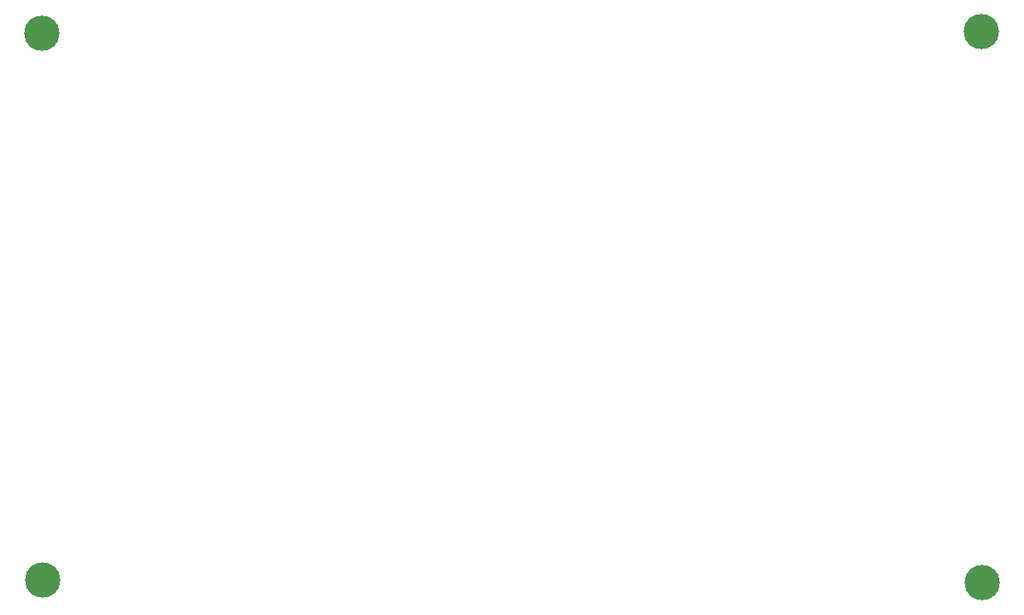
<source format=gbr>
%TF.GenerationSoftware,KiCad,Pcbnew,6.0.5-a6ca702e91~116~ubuntu20.04.1*%
%TF.CreationDate,2022-05-18T10:56:57+02:00*%
%TF.ProjectId,StationMeteo,53746174-696f-46e4-9d65-74656f2e6b69,rev?*%
%TF.SameCoordinates,PX21e9a40PY196f3b0*%
%TF.FileFunction,NonPlated,1,2,NPTH,Drill*%
%TF.FilePolarity,Positive*%
%FSLAX46Y46*%
G04 Gerber Fmt 4.6, Leading zero omitted, Abs format (unit mm)*
G04 Created by KiCad (PCBNEW 6.0.5-a6ca702e91~116~ubuntu20.04.1) date 2022-05-18 10:56:57*
%MOMM*%
%LPD*%
G01*
G04 APERTURE LIST*
%TA.AperFunction,ComponentDrill*%
%ADD10C,3.500000*%
%TD*%
G04 APERTURE END LIST*
D10*
%TO.C,REF\u002A\u002A*%
X2413000Y-2286000D03*
X2514600Y-56616600D03*
X95632288Y-2159000D03*
X95681800Y-56845200D03*
M02*

</source>
